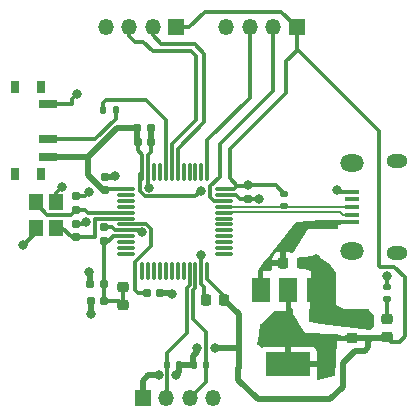
<source format=gbr>
%TF.GenerationSoftware,KiCad,Pcbnew,(6.0.8)*%
%TF.CreationDate,2022-10-13T10:33:28+07:00*%
%TF.ProjectId,1_trial,315f7472-6961-46c2-9e6b-696361645f70,rev?*%
%TF.SameCoordinates,Original*%
%TF.FileFunction,Copper,L1,Top*%
%TF.FilePolarity,Positive*%
%FSLAX46Y46*%
G04 Gerber Fmt 4.6, Leading zero omitted, Abs format (unit mm)*
G04 Created by KiCad (PCBNEW (6.0.8)) date 2022-10-13 10:33:28*
%MOMM*%
%LPD*%
G01*
G04 APERTURE LIST*
G04 Aperture macros list*
%AMRoundRect*
0 Rectangle with rounded corners*
0 $1 Rounding radius*
0 $2 $3 $4 $5 $6 $7 $8 $9 X,Y pos of 4 corners*
0 Add a 4 corners polygon primitive as box body*
4,1,4,$2,$3,$4,$5,$6,$7,$8,$9,$2,$3,0*
0 Add four circle primitives for the rounded corners*
1,1,$1+$1,$2,$3*
1,1,$1+$1,$4,$5*
1,1,$1+$1,$6,$7*
1,1,$1+$1,$8,$9*
0 Add four rect primitives between the rounded corners*
20,1,$1+$1,$2,$3,$4,$5,0*
20,1,$1+$1,$4,$5,$6,$7,0*
20,1,$1+$1,$6,$7,$8,$9,0*
20,1,$1+$1,$8,$9,$2,$3,0*%
G04 Aperture macros list end*
%TA.AperFunction,SMDPad,CuDef*%
%ADD10RoundRect,0.218750X0.256250X-0.218750X0.256250X0.218750X-0.256250X0.218750X-0.256250X-0.218750X0*%
%TD*%
%TA.AperFunction,ComponentPad*%
%ADD11R,1.350000X1.350000*%
%TD*%
%TA.AperFunction,ComponentPad*%
%ADD12O,1.350000X1.350000*%
%TD*%
%TA.AperFunction,SMDPad,CuDef*%
%ADD13RoundRect,0.155000X-0.155000X0.212500X-0.155000X-0.212500X0.155000X-0.212500X0.155000X0.212500X0*%
%TD*%
%TA.AperFunction,SMDPad,CuDef*%
%ADD14RoundRect,0.135000X-0.135000X-0.185000X0.135000X-0.185000X0.135000X0.185000X-0.135000X0.185000X0*%
%TD*%
%TA.AperFunction,SMDPad,CuDef*%
%ADD15RoundRect,0.225000X0.250000X-0.225000X0.250000X0.225000X-0.250000X0.225000X-0.250000X-0.225000X0*%
%TD*%
%TA.AperFunction,SMDPad,CuDef*%
%ADD16RoundRect,0.155000X0.155000X-0.212500X0.155000X0.212500X-0.155000X0.212500X-0.155000X-0.212500X0*%
%TD*%
%TA.AperFunction,SMDPad,CuDef*%
%ADD17RoundRect,0.218750X-0.256250X0.218750X-0.256250X-0.218750X0.256250X-0.218750X0.256250X0.218750X0*%
%TD*%
%TA.AperFunction,SMDPad,CuDef*%
%ADD18RoundRect,0.225000X0.225000X0.250000X-0.225000X0.250000X-0.225000X-0.250000X0.225000X-0.250000X0*%
%TD*%
%TA.AperFunction,SMDPad,CuDef*%
%ADD19RoundRect,0.135000X-0.185000X0.135000X-0.185000X-0.135000X0.185000X-0.135000X0.185000X0.135000X0*%
%TD*%
%TA.AperFunction,SMDPad,CuDef*%
%ADD20RoundRect,0.155000X-0.212500X-0.155000X0.212500X-0.155000X0.212500X0.155000X-0.212500X0.155000X0*%
%TD*%
%TA.AperFunction,SMDPad,CuDef*%
%ADD21R,1.200000X1.400000*%
%TD*%
%TA.AperFunction,SMDPad,CuDef*%
%ADD22R,0.800000X1.000000*%
%TD*%
%TA.AperFunction,SMDPad,CuDef*%
%ADD23R,1.500000X0.700000*%
%TD*%
%TA.AperFunction,SMDPad,CuDef*%
%ADD24RoundRect,0.135000X0.135000X0.185000X-0.135000X0.185000X-0.135000X-0.185000X0.135000X-0.185000X0*%
%TD*%
%TA.AperFunction,SMDPad,CuDef*%
%ADD25RoundRect,0.075000X-0.662500X-0.075000X0.662500X-0.075000X0.662500X0.075000X-0.662500X0.075000X0*%
%TD*%
%TA.AperFunction,SMDPad,CuDef*%
%ADD26RoundRect,0.075000X-0.075000X-0.662500X0.075000X-0.662500X0.075000X0.662500X-0.075000X0.662500X0*%
%TD*%
%TA.AperFunction,SMDPad,CuDef*%
%ADD27RoundRect,0.155000X0.212500X0.155000X-0.212500X0.155000X-0.212500X-0.155000X0.212500X-0.155000X0*%
%TD*%
%TA.AperFunction,ComponentPad*%
%ADD28O,1.800000X1.150000*%
%TD*%
%TA.AperFunction,ComponentPad*%
%ADD29O,2.000000X1.450000*%
%TD*%
%TA.AperFunction,SMDPad,CuDef*%
%ADD30R,1.300000X0.450000*%
%TD*%
%TA.AperFunction,SMDPad,CuDef*%
%ADD31R,1.500000X2.000000*%
%TD*%
%TA.AperFunction,SMDPad,CuDef*%
%ADD32R,3.800000X2.000000*%
%TD*%
%TA.AperFunction,SMDPad,CuDef*%
%ADD33RoundRect,0.225000X-0.225000X-0.250000X0.225000X-0.250000X0.225000X0.250000X-0.225000X0.250000X0*%
%TD*%
%TA.AperFunction,ViaPad*%
%ADD34C,0.800000*%
%TD*%
%TA.AperFunction,Conductor*%
%ADD35C,0.300000*%
%TD*%
%TA.AperFunction,Conductor*%
%ADD36C,0.500000*%
%TD*%
%TA.AperFunction,Conductor*%
%ADD37C,0.200000*%
%TD*%
G04 APERTURE END LIST*
D10*
%TO.P,FB1,1*%
%TO.N,+3.3VA*%
X102147600Y-51291000D03*
%TO.P,FB1,2*%
X102147600Y-49716000D03*
%TD*%
D11*
%TO.P,J2,1,Pin_1*%
%TO.N,+3.3V*%
X106670000Y-27770000D03*
D12*
%TO.P,J2,2,Pin_2*%
%TO.N,/USART1_TX*%
X104670000Y-27770000D03*
%TO.P,J2,3,Pin_3*%
%TO.N,/USART1_RX*%
X102670000Y-27770000D03*
%TO.P,J2,4,Pin_4*%
%TO.N,GND*%
X100670000Y-27770000D03*
%TD*%
D13*
%TO.P,C10,1*%
%TO.N,+3.3V*%
X112747600Y-41115000D03*
%TO.P,C10,2*%
%TO.N,GND*%
X112747600Y-42250000D03*
%TD*%
D14*
%TO.P,R4,2*%
%TO.N,Net-(R4-Pad2)*%
X101507600Y-34716000D03*
%TO.P,R4,1*%
%TO.N,Net-(R4-Pad1)*%
X100487600Y-34716000D03*
%TD*%
D15*
%TO.P,C2,2*%
%TO.N,GND*%
X121550000Y-52500000D03*
%TO.P,C2,1*%
%TO.N,+3.3V*%
X121550000Y-54050000D03*
%TD*%
D16*
%TO.P,C6,1*%
%TO.N,+3.3V*%
X100597600Y-41533500D03*
%TO.P,C6,2*%
%TO.N,GND*%
X100597600Y-40398500D03*
%TD*%
%TO.P,C11,2*%
%TO.N,GND*%
X100500000Y-44682500D03*
%TO.P,C11,1*%
%TO.N,+3.3VA*%
X100500000Y-45817500D03*
%TD*%
D17*
%TO.P,D1,1,K*%
%TO.N,/PWR_LED_K*%
X124497600Y-52428500D03*
%TO.P,D1,2,A*%
%TO.N,+3.3V*%
X124497600Y-54003500D03*
%TD*%
D14*
%TO.P,R2,1*%
%TO.N,/I2C2_SCL*%
X105875000Y-56330000D03*
%TO.P,R2,2*%
%TO.N,+3.3V*%
X106895000Y-56330000D03*
%TD*%
D18*
%TO.P,C3,1*%
%TO.N,+3.3V*%
X110725000Y-50825000D03*
%TO.P,C3,2*%
%TO.N,GND*%
X109175000Y-50825000D03*
%TD*%
D19*
%TO.P,R5,1*%
%TO.N,+3.3V*%
X115800000Y-41830000D03*
%TO.P,R5,2*%
%TO.N,/USB_D+*%
X115800000Y-42850000D03*
%TD*%
D16*
%TO.P,C4,2*%
%TO.N,GND*%
X98142500Y-42050000D03*
%TO.P,C4,1*%
%TO.N,/HSE_IN*%
X98142500Y-43185000D03*
%TD*%
D11*
%TO.P,J3,1,Pin_1*%
%TO.N,+3.3V*%
X116870000Y-27770000D03*
D12*
%TO.P,J3,2,Pin_2*%
%TO.N,/SWDI0*%
X114870000Y-27770000D03*
%TO.P,J3,3,Pin_3*%
%TO.N,/SWCLK*%
X112870000Y-27770000D03*
%TO.P,J3,4,Pin_4*%
%TO.N,GND*%
X110870000Y-27770000D03*
%TD*%
D20*
%TO.P,C7,1*%
%TO.N,+3.3V*%
X103362600Y-36291000D03*
%TO.P,C7,2*%
%TO.N,GND*%
X104497600Y-36291000D03*
%TD*%
D19*
%TO.P,R1,1*%
%TO.N,GND*%
X124497600Y-49706000D03*
%TO.P,R1,2*%
%TO.N,/PWR_LED_K*%
X124497600Y-50726000D03*
%TD*%
D21*
%TO.P,Y1,4,4*%
%TO.N,GND*%
X96467500Y-42550000D03*
%TO.P,Y1,3,3*%
%TO.N,/HSE_OUT*%
X96467500Y-44750000D03*
%TO.P,Y1,2,2*%
%TO.N,GND*%
X94767500Y-44750000D03*
%TO.P,Y1,1,1*%
%TO.N,/HSE_IN*%
X94767500Y-42550000D03*
%TD*%
D11*
%TO.P,J1,1,Pin_1*%
%TO.N,+3.3V*%
X103800000Y-59150000D03*
D12*
%TO.P,J1,2,Pin_2*%
%TO.N,/I2C2_SCL*%
X105800000Y-59150000D03*
%TO.P,J1,3,Pin_3*%
%TO.N,/I2C2_SDA*%
X107800000Y-59150000D03*
%TO.P,J1,4,Pin_4*%
%TO.N,GND*%
X109800000Y-59150000D03*
%TD*%
D20*
%TO.P,C5,1*%
%TO.N,/NRST (Reset Pin)*%
X104180100Y-50216000D03*
%TO.P,C5,2*%
%TO.N,GND*%
X105315100Y-50216000D03*
%TD*%
%TO.P,C8,1*%
%TO.N,+3.3V*%
X103380100Y-37466000D03*
%TO.P,C8,2*%
%TO.N,GND*%
X104515100Y-37466000D03*
%TD*%
D22*
%TO.P,SW1,*%
%TO.N,*%
X95180000Y-32850000D03*
X95180000Y-40150000D03*
X92970000Y-32850000D03*
X92970000Y-40150000D03*
D23*
%TO.P,SW1,1,A*%
%TO.N,GND*%
X95830000Y-34250000D03*
%TO.P,SW1,2,B*%
%TO.N,Net-(R4-Pad2)*%
X95830000Y-37250000D03*
%TO.P,SW1,3,C*%
%TO.N,+3.3V*%
X95830000Y-38750000D03*
%TD*%
D16*
%TO.P,C9,2*%
%TO.N,GND*%
X98142500Y-44400000D03*
%TO.P,C9,1*%
%TO.N,/HSE_OUT*%
X98142500Y-45535000D03*
%TD*%
D24*
%TO.P,R3,1*%
%TO.N,/I2C2_SDA*%
X109150000Y-56355000D03*
%TO.P,R3,2*%
%TO.N,+3.3V*%
X108130000Y-56355000D03*
%TD*%
D25*
%TO.P,U2,1,VBAT*%
%TO.N,+3.3V*%
X102365100Y-41446000D03*
%TO.P,U2,2,PC13*%
%TO.N,unconnected-(U2-Pad2)*%
X102365100Y-41946000D03*
%TO.P,U2,3,PC14*%
%TO.N,unconnected-(U2-Pad3)*%
X102365100Y-42446000D03*
%TO.P,U2,4,PC15*%
%TO.N,unconnected-(U2-Pad4)*%
X102365100Y-42946000D03*
%TO.P,U2,5,PD0*%
%TO.N,/HSE_IN*%
X102365100Y-43446000D03*
%TO.P,U2,6,PD1*%
%TO.N,/HSE_OUT*%
X102365100Y-43946000D03*
%TO.P,U2,7,NRST*%
%TO.N,/NRST (Reset Pin)*%
X102365100Y-44446000D03*
%TO.P,U2,8,VSSA*%
%TO.N,GND*%
X102365100Y-44946000D03*
%TO.P,U2,9,VDDA*%
%TO.N,+3.3VA*%
X102365100Y-45446000D03*
%TO.P,U2,10,PA0*%
%TO.N,unconnected-(U2-Pad10)*%
X102365100Y-45946000D03*
%TO.P,U2,11,PA1*%
%TO.N,unconnected-(U2-Pad11)*%
X102365100Y-46446000D03*
%TO.P,U2,12,PA2*%
%TO.N,unconnected-(U2-Pad12)*%
X102365100Y-46946000D03*
D26*
%TO.P,U2,13,PA3*%
%TO.N,unconnected-(U2-Pad13)*%
X103777600Y-48358500D03*
%TO.P,U2,14,PA4*%
%TO.N,unconnected-(U2-Pad14)*%
X104277600Y-48358500D03*
%TO.P,U2,15,PA5*%
%TO.N,unconnected-(U2-Pad15)*%
X104777600Y-48358500D03*
%TO.P,U2,16,PA6*%
%TO.N,unconnected-(U2-Pad16)*%
X105277600Y-48358500D03*
%TO.P,U2,17,PA7*%
%TO.N,unconnected-(U2-Pad17)*%
X105777600Y-48358500D03*
%TO.P,U2,18,PB0*%
%TO.N,unconnected-(U2-Pad18)*%
X106277600Y-48358500D03*
%TO.P,U2,19,PB1*%
%TO.N,unconnected-(U2-Pad19)*%
X106777600Y-48358500D03*
%TO.P,U2,20,PB2*%
%TO.N,unconnected-(U2-Pad20)*%
X107277600Y-48358500D03*
%TO.P,U2,21,PB10*%
%TO.N,/I2C2_SCL*%
X107777600Y-48358500D03*
%TO.P,U2,22,PB11*%
%TO.N,/I2C2_SDA*%
X108277600Y-48358500D03*
%TO.P,U2,23,VSS*%
%TO.N,GND*%
X108777600Y-48358500D03*
%TO.P,U2,24,VDD*%
%TO.N,+3.3V*%
X109277600Y-48358500D03*
D25*
%TO.P,U2,25,PB12*%
%TO.N,unconnected-(U2-Pad25)*%
X110690100Y-46946000D03*
%TO.P,U2,26,PB13*%
%TO.N,unconnected-(U2-Pad26)*%
X110690100Y-46446000D03*
%TO.P,U2,27,PB14*%
%TO.N,unconnected-(U2-Pad27)*%
X110690100Y-45946000D03*
%TO.P,U2,28,PB15*%
%TO.N,unconnected-(U2-Pad28)*%
X110690100Y-45446000D03*
%TO.P,U2,29,PA8*%
%TO.N,unconnected-(U2-Pad29)*%
X110690100Y-44946000D03*
%TO.P,U2,30,PA9*%
%TO.N,unconnected-(U2-Pad30)*%
X110690100Y-44446000D03*
%TO.P,U2,31,PA10*%
%TO.N,unconnected-(U2-Pad31)*%
X110690100Y-43946000D03*
%TO.P,U2,32,PA11*%
%TO.N,/USB_D-*%
X110690100Y-43446000D03*
%TO.P,U2,33,PA12*%
%TO.N,/USB_D+*%
X110690100Y-42946000D03*
%TO.P,U2,34,PA13*%
%TO.N,/SWDI0*%
X110690100Y-42446000D03*
%TO.P,U2,35,VSS*%
%TO.N,GND*%
X110690100Y-41946000D03*
%TO.P,U2,36,VDD*%
%TO.N,+3.3V*%
X110690100Y-41446000D03*
D26*
%TO.P,U2,37,PA14*%
%TO.N,/SWCLK*%
X109277600Y-40033500D03*
%TO.P,U2,38,PA15*%
%TO.N,unconnected-(U2-Pad38)*%
X108777600Y-40033500D03*
%TO.P,U2,39,PB3*%
%TO.N,unconnected-(U2-Pad39)*%
X108277600Y-40033500D03*
%TO.P,U2,40,PB4*%
%TO.N,unconnected-(U2-Pad40)*%
X107777600Y-40033500D03*
%TO.P,U2,41,PB5*%
%TO.N,unconnected-(U2-Pad41)*%
X107277600Y-40033500D03*
%TO.P,U2,42,PB6*%
%TO.N,/USART1_TX*%
X106777600Y-40033500D03*
%TO.P,U2,43,PB7*%
%TO.N,/USART1_RX*%
X106277600Y-40033500D03*
%TO.P,U2,44,BOOT0*%
%TO.N,Net-(R4-Pad1)*%
X105777600Y-40033500D03*
%TO.P,U2,45,PB8*%
%TO.N,unconnected-(U2-Pad45)*%
X105277600Y-40033500D03*
%TO.P,U2,46,PB9*%
%TO.N,unconnected-(U2-Pad46)*%
X104777600Y-40033500D03*
%TO.P,U2,47,VSS*%
%TO.N,GND*%
X104277600Y-40033500D03*
%TO.P,U2,48,VDD*%
%TO.N,+3.3V*%
X103777600Y-40033500D03*
%TD*%
D27*
%TO.P,C12,1*%
%TO.N,+3.3VA*%
X100497600Y-49466000D03*
%TO.P,C12,2*%
%TO.N,GND*%
X99362600Y-49466000D03*
%TD*%
D28*
%TO.P,J4,6,Shield*%
%TO.N,unconnected-(J4-Pad6)*%
X125342600Y-39096000D03*
D29*
X121542600Y-39246000D03*
D28*
X125342600Y-46846000D03*
D29*
X121542600Y-46696000D03*
D30*
%TO.P,J4,5,GND*%
%TO.N,GND*%
X121492600Y-41671000D03*
%TO.P,J4,4,ID*%
%TO.N,unconnected-(J4-Pad4)*%
X121492600Y-42321000D03*
%TO.P,J4,3,D+*%
%TO.N,/USB_D+*%
X121492600Y-42971000D03*
%TO.P,J4,2,D-*%
%TO.N,/USB_D-*%
X121492600Y-43621000D03*
%TO.P,J4,1,VBUS*%
%TO.N,VBUS*%
X121492600Y-44271000D03*
%TD*%
D27*
%TO.P,C13,1*%
%TO.N,+3.3VA*%
X100565100Y-50966000D03*
%TO.P,C13,2*%
%TO.N,GND*%
X99430100Y-50966000D03*
%TD*%
D31*
%TO.P,U1,1,GND*%
%TO.N,GND*%
X118445000Y-49995000D03*
D32*
%TO.P,U1,2,VO*%
%TO.N,+3.3V*%
X116145000Y-56295000D03*
D31*
X116145000Y-49995000D03*
%TO.P,U1,3,VI*%
%TO.N,VBUS*%
X113845000Y-49995000D03*
%TD*%
D33*
%TO.P,C1,1*%
%TO.N,VBUS*%
X115722600Y-47716000D03*
%TO.P,C1,2*%
%TO.N,GND*%
X117272600Y-47716000D03*
%TD*%
D34*
%TO.N,+3.3V*%
X112747600Y-41115000D03*
X108775500Y-41572725D03*
%TO.N,GND*%
X120300000Y-41500000D03*
X93700000Y-46225000D03*
X96975000Y-41300000D03*
%TO.N,+3.3V*%
X105150500Y-57175000D03*
X106650000Y-57175000D03*
X108425500Y-54900000D03*
X109924500Y-54875000D03*
%TO.N,GND*%
X122800000Y-52450000D03*
X118475000Y-47400000D03*
X118500000Y-48275000D03*
X119600000Y-51700000D03*
X118575000Y-51725000D03*
X124500000Y-48775000D03*
X113625000Y-42271499D03*
X104350000Y-41325000D03*
X98225000Y-33400000D03*
X103750000Y-45125000D03*
X108725000Y-47000000D03*
X106325000Y-50375000D03*
X99400000Y-52000000D03*
X99250000Y-48450000D03*
X101450000Y-40375000D03*
X99000500Y-44245170D03*
X99275000Y-41725000D03*
%TD*%
D35*
%TO.N,/SWDI0*%
X114870000Y-33130000D02*
X114870000Y-27770000D01*
X110350000Y-37650000D02*
X114870000Y-33130000D01*
X110350000Y-40396000D02*
X110350000Y-37650000D01*
X109525000Y-41221000D02*
X110350000Y-40396000D01*
X109851559Y-42446000D02*
X109525000Y-42119441D01*
X110690100Y-42446000D02*
X109851559Y-42446000D01*
X109525000Y-42119441D02*
X109525000Y-41221000D01*
%TO.N,/I2C2_SCL*%
X105875000Y-55300000D02*
X105875000Y-56330000D01*
%TO.N,GND*%
X101182500Y-44682500D02*
X101446000Y-44946000D01*
X100500000Y-44682500D02*
X101182500Y-44682500D01*
%TO.N,/PWR_LED_K*%
X124497600Y-50726000D02*
X124497600Y-52428500D01*
%TO.N,GND*%
X97840800Y-34224400D02*
X97815200Y-34250000D01*
X97840800Y-33784200D02*
X97840800Y-34224400D01*
X97815200Y-34250000D02*
X95830000Y-34250000D01*
X98225000Y-33400000D02*
X97840800Y-33784200D01*
%TO.N,Net-(R4-Pad2)*%
X99800600Y-37224400D02*
X101507600Y-35517400D01*
X97840800Y-37224400D02*
X99800600Y-37224400D01*
X101507600Y-35517400D02*
X101507600Y-34716000D01*
X95830000Y-37250000D02*
X97815200Y-37250000D01*
X97815200Y-37250000D02*
X97840800Y-37224400D01*
D36*
%TO.N,+3.3V*%
X99150000Y-38750000D02*
X95830000Y-38750000D01*
D35*
X108273225Y-42075000D02*
X108775500Y-41572725D01*
X104039339Y-42075000D02*
X108273225Y-42075000D01*
X103600000Y-41635661D02*
X104039339Y-42075000D01*
X103600000Y-40211100D02*
X103600000Y-41635661D01*
X103777600Y-40033500D02*
X103600000Y-40211100D01*
D36*
X111900000Y-56600000D02*
X111950000Y-56550000D01*
X111900000Y-57600000D02*
X111900000Y-56600000D01*
X113550000Y-59250000D02*
X111900000Y-57600000D01*
X119675000Y-59250000D02*
X113550000Y-59250000D01*
X120750000Y-58175000D02*
X119675000Y-59250000D01*
X120850000Y-56075000D02*
X120825000Y-56075000D01*
X121775000Y-55150000D02*
X120850000Y-56075000D01*
X120825000Y-56075000D02*
X120750000Y-56150000D01*
X122925000Y-54850000D02*
X122625000Y-55150000D01*
X120750000Y-56150000D02*
X120750000Y-58175000D01*
X122925000Y-54300000D02*
X122925000Y-54850000D01*
X122625000Y-55150000D02*
X121775000Y-55150000D01*
X123175000Y-54050000D02*
X122925000Y-54300000D01*
D35*
%TO.N,+3.3VA*%
X102147600Y-51291000D02*
X102147600Y-49716000D01*
X101822600Y-50966000D02*
X102147600Y-51291000D01*
X100565100Y-50966000D02*
X101822600Y-50966000D01*
X100497600Y-50898500D02*
X100565100Y-50966000D01*
X100497600Y-49466000D02*
X100497600Y-50898500D01*
X100500000Y-49463600D02*
X100497600Y-49466000D01*
X100500000Y-45817500D02*
X100500000Y-49463600D01*
%TO.N,Net-(R4-Pad1)*%
X100487600Y-34162400D02*
X100487600Y-34716000D01*
X104075000Y-33925000D02*
X100725000Y-33925000D01*
X105777600Y-40033500D02*
X105777600Y-35627600D01*
X105777600Y-35627600D02*
X104075000Y-33925000D01*
X100725000Y-33925000D02*
X100487600Y-34162400D01*
%TO.N,+3.3V*%
X111200000Y-38100000D02*
X111200000Y-40550000D01*
X111200000Y-40550000D02*
X111801500Y-41151500D01*
X115975000Y-33325000D02*
X111200000Y-38100000D01*
X111801500Y-41151500D02*
X111801500Y-41198500D01*
X119212500Y-31962500D02*
X116925000Y-29675000D01*
X116925000Y-29675000D02*
X115975000Y-30625000D01*
X115975000Y-30625000D02*
X115975000Y-33325000D01*
X119212500Y-31962500D02*
X123775000Y-36525000D01*
X116870000Y-29620000D02*
X119212500Y-31962500D01*
D36*
X100408500Y-41533500D02*
X100597600Y-41533500D01*
X99150000Y-40275000D02*
X100408500Y-41533500D01*
X99150000Y-38750000D02*
X99150000Y-40275000D01*
X101609000Y-36291000D02*
X99150000Y-38750000D01*
X103362600Y-36291000D02*
X101609000Y-36291000D01*
D35*
%TO.N,VBUS*%
X115722600Y-46052400D02*
X115722600Y-47716000D01*
X118225000Y-44500000D02*
X117275000Y-44500000D01*
X118454000Y-44271000D02*
X118225000Y-44500000D01*
X121492600Y-44271000D02*
X118454000Y-44271000D01*
X117275000Y-44500000D02*
X115722600Y-46052400D01*
%TO.N,GND*%
X120471000Y-41671000D02*
X120300000Y-41500000D01*
X121492600Y-41671000D02*
X120471000Y-41671000D01*
X109025000Y-49775000D02*
X108777600Y-49527600D01*
%TO.N,+3.3V*%
X115525000Y-26425000D02*
X116870000Y-27770000D01*
X109075000Y-26425000D02*
X115525000Y-26425000D01*
X107730000Y-27770000D02*
X109075000Y-26425000D01*
X106670000Y-27770000D02*
X107730000Y-27770000D01*
X124869100Y-54375000D02*
X124497600Y-54003500D01*
X125575000Y-54375000D02*
X124869100Y-54375000D01*
X126025000Y-53925000D02*
X125575000Y-54375000D01*
X126025000Y-48925000D02*
X126025000Y-53925000D01*
X125125000Y-48025000D02*
X126025000Y-48925000D01*
X123875000Y-48025000D02*
X125125000Y-48025000D01*
X123775000Y-47925000D02*
X123875000Y-48025000D01*
X123775000Y-36525000D02*
X123775000Y-47925000D01*
X116870000Y-27770000D02*
X116870000Y-29620000D01*
X112747600Y-41115000D02*
X115085000Y-41115000D01*
X115085000Y-41115000D02*
X115800000Y-41830000D01*
%TO.N,GND*%
X94767500Y-45157500D02*
X93700000Y-46225000D01*
X94767500Y-44750000D02*
X94767500Y-45157500D01*
X96467500Y-41807500D02*
X96975000Y-41300000D01*
X96467500Y-42550000D02*
X96467500Y-41807500D01*
%TO.N,/HSE_IN*%
X97722496Y-43605004D02*
X98142500Y-43185000D01*
X95722504Y-43605004D02*
X97722496Y-43605004D01*
X94767500Y-42650000D02*
X95722504Y-43605004D01*
X94767500Y-42550000D02*
X94767500Y-42650000D01*
D36*
%TO.N,+3.3V*%
X103800000Y-57675000D02*
X103800000Y-59150000D01*
X104300000Y-57175000D02*
X103800000Y-57675000D01*
X105150500Y-57175000D02*
X104300000Y-57175000D01*
X106895000Y-56930000D02*
X106650000Y-57175000D01*
X106895000Y-56330000D02*
X106895000Y-56930000D01*
X108100000Y-55550000D02*
X108100000Y-56325000D01*
X108100000Y-56325000D02*
X108130000Y-56355000D01*
X106920000Y-56355000D02*
X106895000Y-56330000D01*
X108130000Y-56355000D02*
X106920000Y-56355000D01*
X108075000Y-56300000D02*
X108130000Y-56355000D01*
X108425500Y-55224500D02*
X108100000Y-55550000D01*
X108425500Y-54900000D02*
X108425500Y-55224500D01*
X111925000Y-54925000D02*
X111925000Y-52025000D01*
X111925000Y-54925000D02*
X109974500Y-54925000D01*
X109974500Y-54925000D02*
X109924500Y-54875000D01*
X111925000Y-56575000D02*
X111925000Y-54925000D01*
D35*
%TO.N,/I2C2_SDA*%
X109175000Y-57775000D02*
X107800000Y-59150000D01*
X109175000Y-56725000D02*
X109175000Y-57775000D01*
X109175000Y-53575000D02*
X109175000Y-56725000D01*
X108062500Y-52462500D02*
X109175000Y-53575000D01*
X108277600Y-49822400D02*
X108062500Y-50037500D01*
X108277600Y-48358500D02*
X108277600Y-49822400D01*
X108062500Y-50037500D02*
X108062500Y-52462500D01*
%TO.N,/I2C2_SCL*%
X105900000Y-59050000D02*
X105800000Y-59150000D01*
X105900000Y-56700000D02*
X105900000Y-59050000D01*
X105850000Y-56305000D02*
X105875000Y-56330000D01*
X107550000Y-49842893D02*
X107550000Y-53625000D01*
X107777600Y-49615293D02*
X107550000Y-49842893D01*
X107777600Y-48358500D02*
X107777600Y-49615293D01*
X107550000Y-53625000D02*
X105875000Y-55300000D01*
D36*
%TO.N,+3.3V*%
X111925000Y-52025000D02*
X110725000Y-50825000D01*
X123175000Y-54050000D02*
X124451100Y-54050000D01*
X121550000Y-54050000D02*
X123175000Y-54050000D01*
X124451100Y-54050000D02*
X124497600Y-54003500D01*
D35*
%TO.N,GND*%
X124497600Y-48777400D02*
X124500000Y-48775000D01*
X124497600Y-49706000D02*
X124497600Y-48777400D01*
X113603501Y-42250000D02*
X113625000Y-42271499D01*
X112747600Y-42250000D02*
X113603501Y-42250000D01*
X104277600Y-41252600D02*
X104350000Y-41325000D01*
X104277600Y-40033500D02*
X104277600Y-41252600D01*
%TO.N,/NRST (Reset Pin)*%
X103175000Y-47600000D02*
X103175000Y-49975000D01*
X104060661Y-44375000D02*
X104500000Y-44814339D01*
X103416000Y-50216000D02*
X104180100Y-50216000D01*
X103368339Y-44446000D02*
X103439339Y-44375000D01*
X104500000Y-44814339D02*
X104500000Y-46275000D01*
X103439339Y-44375000D02*
X104060661Y-44375000D01*
X102365100Y-44446000D02*
X103368339Y-44446000D01*
X104500000Y-46275000D02*
X103175000Y-47600000D01*
X103175000Y-49975000D02*
X103416000Y-50216000D01*
%TO.N,GND*%
X103571000Y-44946000D02*
X103750000Y-45125000D01*
X102365100Y-44946000D02*
X103571000Y-44946000D01*
X108777600Y-47052600D02*
X108725000Y-47000000D01*
X108777600Y-48358500D02*
X108777600Y-47052600D01*
D36*
X106166000Y-50216000D02*
X106325000Y-50375000D01*
X105315100Y-50216000D02*
X106166000Y-50216000D01*
X99430100Y-51969900D02*
X99400000Y-52000000D01*
X99430100Y-50966000D02*
X99430100Y-51969900D01*
X99362600Y-48562600D02*
X99250000Y-48450000D01*
X99362600Y-49466000D02*
X99362600Y-48562600D01*
X101426500Y-40398500D02*
X101450000Y-40375000D01*
X100597600Y-40398500D02*
X101426500Y-40398500D01*
D35*
X108777600Y-48358500D02*
X108777600Y-49527600D01*
X98950000Y-42050000D02*
X98142500Y-42050000D01*
X99275000Y-41725000D02*
X98950000Y-42050000D01*
X112083500Y-42333500D02*
X112747600Y-42333500D01*
X98142500Y-44400000D02*
X98845670Y-44400000D01*
X111696000Y-41946000D02*
X112083500Y-42333500D01*
X104277600Y-38527600D02*
X104515100Y-38290100D01*
X104515100Y-38290100D02*
X104515100Y-37466000D01*
X102365100Y-44946000D02*
X101446000Y-44946000D01*
D36*
X104497600Y-37448500D02*
X104515100Y-37466000D01*
D35*
X109025000Y-49775000D02*
X109025000Y-50550000D01*
D36*
X104497600Y-36291000D02*
X104497600Y-37448500D01*
D35*
X104277600Y-40033500D02*
X104277600Y-38527600D01*
X110690100Y-41946000D02*
X111696000Y-41946000D01*
X98845670Y-44400000D02*
X99000500Y-44245170D01*
D36*
%TO.N,+3.3V*%
X103362600Y-37448500D02*
X103380100Y-37466000D01*
D35*
X102365100Y-41446000D02*
X100685100Y-41446000D01*
X109277600Y-49027600D02*
X110725000Y-50475000D01*
X103777600Y-40033500D02*
X103777600Y-38527600D01*
X100685100Y-41446000D02*
X100597600Y-41533500D01*
X103777600Y-38527600D02*
X103380100Y-38130100D01*
X109277600Y-48358500D02*
X109277600Y-49027600D01*
X103250000Y-37596100D02*
X103380100Y-37466000D01*
X111801500Y-41198500D02*
X112747600Y-41198500D01*
X110690100Y-41446000D02*
X111554000Y-41446000D01*
D36*
X103362600Y-36291000D02*
X103362600Y-37448500D01*
D35*
X111554000Y-41446000D02*
X111801500Y-41198500D01*
X103380100Y-38130100D02*
X103380100Y-37466000D01*
X110725000Y-50475000D02*
X110725000Y-50825000D01*
%TO.N,/HSE_IN*%
X102365100Y-43446000D02*
X99196000Y-43446000D01*
X99196000Y-43446000D02*
X98935000Y-43185000D01*
X98935000Y-43185000D02*
X98142500Y-43185000D01*
%TO.N,/HSE_OUT*%
X98142500Y-45535000D02*
X97785000Y-45535000D01*
X99750000Y-44000000D02*
X99750000Y-45500000D01*
X97785000Y-45535000D02*
X97000000Y-44750000D01*
X99750000Y-45500000D02*
X99715000Y-45535000D01*
X99804000Y-43946000D02*
X99750000Y-44000000D01*
X97000000Y-44750000D02*
X96467500Y-44750000D01*
X99715000Y-45535000D02*
X98142500Y-45535000D01*
X102365100Y-43946000D02*
X99804000Y-43946000D01*
%TO.N,+3.3VA*%
X102365100Y-45446000D02*
X101304000Y-45446000D01*
X101304000Y-45446000D02*
X100932500Y-45817500D01*
X100932500Y-45817500D02*
X100500000Y-45817500D01*
%TO.N,/USART1_TX*%
X104670000Y-28420000D02*
X104670000Y-27770000D01*
X105400000Y-29150000D02*
X104670000Y-28420000D01*
X109025000Y-29975000D02*
X108200000Y-29150000D01*
X108200000Y-29150000D02*
X105400000Y-29150000D01*
X106777600Y-40033500D02*
X106777600Y-38022400D01*
X109025000Y-35775000D02*
X109025000Y-29975000D01*
X106777600Y-38022400D02*
X109025000Y-35775000D01*
%TO.N,/USART1_RX*%
X102670000Y-28520000D02*
X102670000Y-27770000D01*
X107875000Y-29775000D02*
X104675000Y-29775000D01*
X103875000Y-28975000D02*
X103125000Y-28975000D01*
X108325000Y-30225000D02*
X107875000Y-29775000D01*
X103125000Y-28975000D02*
X102670000Y-28520000D01*
X106277600Y-37622400D02*
X108325000Y-35575000D01*
X108325000Y-35575000D02*
X108325000Y-30225000D01*
X104675000Y-29775000D02*
X103875000Y-28975000D01*
X106277600Y-40033500D02*
X106277600Y-37622400D01*
%TO.N,/SWCLK*%
X112875000Y-32550000D02*
X112870000Y-32545000D01*
X109277600Y-37322400D02*
X112875000Y-33725000D01*
X112875000Y-33725000D02*
X112875000Y-32550000D01*
X112870000Y-32545000D02*
X112870000Y-27770000D01*
X109277600Y-40033500D02*
X109277600Y-37322400D01*
D37*
%TO.N,/USB_D-*%
X116828999Y-43421001D02*
X120542600Y-43421001D01*
X120742599Y-43621000D02*
X121492600Y-43621000D01*
X120542600Y-43421001D02*
X120742599Y-43621000D01*
X110690100Y-43446000D02*
X110715099Y-43421001D01*
X110715099Y-43421001D02*
X117000000Y-43421001D01*
%TO.N,/USB_D+*%
X113121068Y-42970999D02*
X121492600Y-42971000D01*
X110715099Y-42970999D02*
X113121068Y-42970999D01*
X110690100Y-42946000D02*
X110715099Y-42970999D01*
%TD*%
%TA.AperFunction,Conductor*%
%TO.N,GND*%
G36*
X118445072Y-47015639D02*
G01*
X118468232Y-47026900D01*
X119528262Y-47686474D01*
X119564603Y-47721028D01*
X120152850Y-48568104D01*
X120175000Y-48638833D01*
X120175000Y-51225000D01*
X120825000Y-51600000D01*
X120840938Y-51600190D01*
X120840939Y-51600190D01*
X122615838Y-51621320D01*
X122869395Y-51624338D01*
X122936195Y-51644819D01*
X122961490Y-51666963D01*
X123394571Y-52165007D01*
X123423707Y-52228512D01*
X123425000Y-52246373D01*
X123425000Y-52976517D01*
X123405315Y-53043556D01*
X123392116Y-53060624D01*
X123167306Y-53304168D01*
X123107370Y-53340077D01*
X123062980Y-53343355D01*
X118932078Y-52900758D01*
X118918069Y-52898440D01*
X118024960Y-52697491D01*
X117963876Y-52663570D01*
X117930828Y-52602010D01*
X117928241Y-52572593D01*
X118049968Y-48726009D01*
X118050000Y-48725000D01*
X118050000Y-48375000D01*
X118037931Y-48371189D01*
X118037930Y-48371188D01*
X117186660Y-48102366D01*
X117128660Y-48063408D01*
X117100930Y-47999276D01*
X117100000Y-47984122D01*
X117100000Y-47399063D01*
X117119685Y-47332024D01*
X117172489Y-47286269D01*
X117196616Y-47278125D01*
X117589526Y-47189164D01*
X118375341Y-47011244D01*
X118445072Y-47015639D01*
G37*
%TD.AperFunction*%
%TD*%
%TA.AperFunction,Conductor*%
%TO.N,+3.3V*%
G36*
X116387614Y-49814658D02*
G01*
X116399000Y-49867000D01*
X116399000Y-51484884D01*
X116403475Y-51500123D01*
X116404865Y-51501328D01*
X116425783Y-51505878D01*
X116425413Y-51507577D01*
X116477942Y-51523001D01*
X116524435Y-51576657D01*
X116535730Y-51624217D01*
X116550000Y-52000000D01*
X116557281Y-52013030D01*
X116557282Y-52013032D01*
X116831967Y-52504572D01*
X117025000Y-52850000D01*
X117525000Y-53650000D01*
X120115876Y-53749649D01*
X120133975Y-53751663D01*
X120509184Y-53821147D01*
X120509190Y-53821146D01*
X120800000Y-53875000D01*
X121000000Y-53825000D01*
X121725000Y-53825000D01*
X121675000Y-54200000D01*
X120669667Y-54304000D01*
X120585114Y-54304000D01*
X120550184Y-54314256D01*
X120527652Y-54318691D01*
X120369523Y-54335049D01*
X120225000Y-54350000D01*
X120143868Y-55749482D01*
X120140487Y-56022885D01*
X120126226Y-57175884D01*
X120105383Y-57243752D01*
X120051157Y-57289578D01*
X120028382Y-57297142D01*
X118679642Y-57606228D01*
X118608775Y-57601948D01*
X118551471Y-57560034D01*
X118525925Y-57493792D01*
X118533515Y-57439181D01*
X118543479Y-57412603D01*
X118547105Y-57397351D01*
X118552631Y-57346486D01*
X118553000Y-57339672D01*
X118553000Y-56567115D01*
X118548525Y-56551876D01*
X118547135Y-56550671D01*
X118539452Y-56549000D01*
X116066200Y-56549000D01*
X115891000Y-56414231D01*
X115891000Y-56022885D01*
X116399000Y-56022885D01*
X116403475Y-56038124D01*
X116404865Y-56039329D01*
X116412548Y-56041000D01*
X118534884Y-56041000D01*
X118550123Y-56036525D01*
X118551328Y-56035135D01*
X118552999Y-56027452D01*
X118552999Y-55250331D01*
X118552629Y-55243510D01*
X118547105Y-55192648D01*
X118543479Y-55177396D01*
X118498324Y-55056946D01*
X118489786Y-55041351D01*
X118413285Y-54939276D01*
X118400724Y-54926715D01*
X118298649Y-54850214D01*
X118283054Y-54841676D01*
X118162606Y-54796522D01*
X118147351Y-54792895D01*
X118096486Y-54787369D01*
X118089672Y-54787000D01*
X116417115Y-54787000D01*
X116401876Y-54791475D01*
X116400671Y-54792865D01*
X116399000Y-54800548D01*
X116399000Y-56022885D01*
X115891000Y-56022885D01*
X115891000Y-54805116D01*
X115886525Y-54789877D01*
X115885135Y-54788672D01*
X115877452Y-54787001D01*
X114200331Y-54787001D01*
X114193510Y-54787371D01*
X114142648Y-54792895D01*
X114127396Y-54796521D01*
X114006946Y-54841676D01*
X113985461Y-54853439D01*
X113916104Y-54868608D01*
X113848128Y-54842790D01*
X113557996Y-54619612D01*
X113516197Y-54562224D01*
X113510002Y-54502517D01*
X113531049Y-54350000D01*
X113720356Y-52978147D01*
X113749482Y-52913400D01*
X113757548Y-52904829D01*
X113815598Y-52848650D01*
X114888362Y-51810458D01*
X114951222Y-51777457D01*
X114975986Y-51775000D01*
X115975000Y-51775000D01*
X115925000Y-50825000D01*
X115900000Y-49950000D01*
X116369330Y-49793557D01*
X116387614Y-49814658D01*
G37*
%TD.AperFunction*%
%TD*%
%TA.AperFunction,Conductor*%
%TO.N,VBUS*%
G36*
X120294762Y-44088409D02*
G01*
X120333302Y-44086927D01*
X120379176Y-44109134D01*
X120409917Y-44132722D01*
X120409923Y-44132727D01*
X120409930Y-44132733D01*
X120424559Y-44143958D01*
X120448679Y-44168353D01*
X120473956Y-44202079D01*
X120479339Y-44209261D01*
X120548136Y-44260821D01*
X120559281Y-44269174D01*
X120601796Y-44326033D01*
X120606822Y-44396851D01*
X120572762Y-44459145D01*
X120510431Y-44493135D01*
X120483716Y-44496000D01*
X120352716Y-44496000D01*
X120337477Y-44500475D01*
X120336272Y-44501865D01*
X120334601Y-44509548D01*
X120334601Y-44540669D01*
X120334971Y-44547490D01*
X120340495Y-44598352D01*
X120344122Y-44613606D01*
X120370097Y-44682896D01*
X120375280Y-44753703D01*
X120341359Y-44816072D01*
X120279104Y-44850201D01*
X120248998Y-44853086D01*
X117848737Y-44793633D01*
X117840971Y-44805800D01*
X117840970Y-44805801D01*
X116548988Y-46829914D01*
X116495477Y-46876573D01*
X116425234Y-46886894D01*
X116376664Y-46869382D01*
X116265720Y-46800996D01*
X116252539Y-46794849D01*
X116103786Y-46745509D01*
X116090410Y-46742642D01*
X115999503Y-46733328D01*
X115994474Y-46733071D01*
X115979476Y-46737475D01*
X115978271Y-46738865D01*
X115976600Y-46746548D01*
X115976600Y-47726659D01*
X115850000Y-47925000D01*
X115220000Y-47970000D01*
X114782715Y-47970000D01*
X114767476Y-47974475D01*
X114766271Y-47975865D01*
X114764600Y-47983548D01*
X114764600Y-48011438D01*
X114764937Y-48017953D01*
X114774228Y-48107490D01*
X114772694Y-48143973D01*
X114753797Y-48243611D01*
X114721452Y-48306812D01*
X114660073Y-48342493D01*
X114636106Y-48345985D01*
X114454561Y-48354787D01*
X114025555Y-48375588D01*
X114075000Y-49600000D01*
X114099000Y-50104000D01*
X114099000Y-50123000D01*
X114098413Y-50125000D01*
X113600000Y-50125000D01*
X113600000Y-48434697D01*
X113611438Y-48403686D01*
X113836898Y-47983548D01*
X113968728Y-47737886D01*
X113982305Y-47717590D01*
X114193187Y-47460329D01*
X114206666Y-47443885D01*
X114764600Y-47443885D01*
X114769075Y-47459124D01*
X114770465Y-47460329D01*
X114778148Y-47462000D01*
X115450485Y-47462000D01*
X115465724Y-47457525D01*
X115466929Y-47456135D01*
X115468600Y-47448452D01*
X115468600Y-46751115D01*
X115464125Y-46735876D01*
X115462735Y-46734671D01*
X115455052Y-46733000D01*
X115452162Y-46733000D01*
X115445647Y-46733337D01*
X115353543Y-46742894D01*
X115340144Y-46745788D01*
X115191493Y-46795381D01*
X115178314Y-46801555D01*
X115045427Y-46883788D01*
X115034026Y-46892824D01*
X114923614Y-47003429D01*
X114914602Y-47014840D01*
X114832596Y-47147880D01*
X114826449Y-47161061D01*
X114777109Y-47309814D01*
X114774242Y-47323190D01*
X114764928Y-47414097D01*
X114764600Y-47420514D01*
X114764600Y-47443885D01*
X114206666Y-47443885D01*
X116815878Y-44260821D01*
X116874532Y-44220819D01*
X116908465Y-44214793D01*
X117821311Y-44179589D01*
X120294600Y-44084206D01*
X120294762Y-44088409D01*
G37*
%TD.AperFunction*%
%TD*%
M02*

</source>
